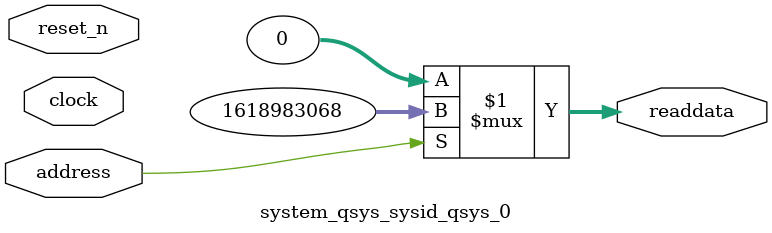
<source format=v>

`timescale 1ns / 1ps
// synthesis translate_on

// turn off superfluous verilog processor warnings 
// altera message_level Level1 
// altera message_off 10034 10035 10036 10037 10230 10240 10030 

module system_qsys_sysid_qsys_0 (
               // inputs:
                address,
                clock,
                reset_n,

               // outputs:
                readdata
             )
;

  output  [ 31: 0] readdata;
  input            address;
  input            clock;
  input            reset_n;

  wire    [ 31: 0] readdata;
  //control_slave, which is an e_avalon_slave
  assign readdata = address ? 1618983068 : 0;

endmodule




</source>
